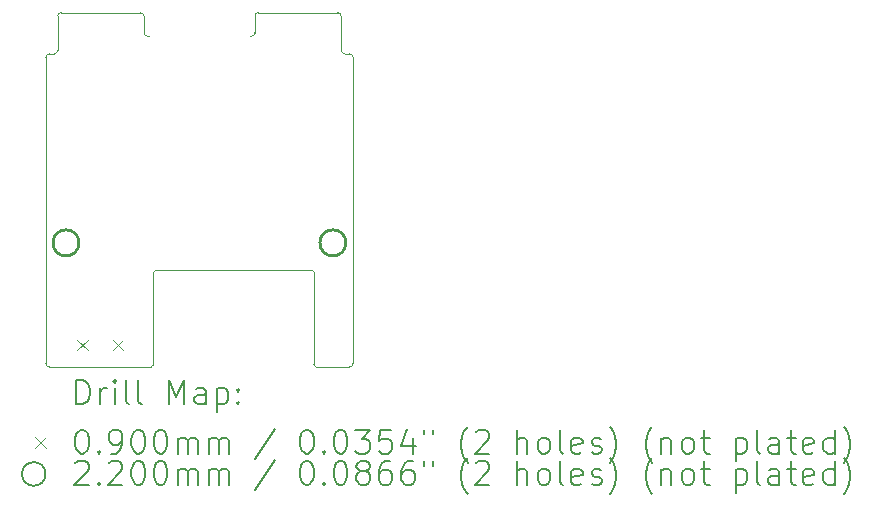
<source format=gbr>
%TF.GenerationSoftware,KiCad,Pcbnew,7.0.8*%
%TF.CreationDate,2024-04-10T13:39:50+02:00*%
%TF.ProjectId,Expansion_Card_Retrofit,45787061-6e73-4696-9f6e-5f436172645f,X1*%
%TF.SameCoordinates,Original*%
%TF.FileFunction,Drillmap*%
%TF.FilePolarity,Positive*%
%FSLAX45Y45*%
G04 Gerber Fmt 4.5, Leading zero omitted, Abs format (unit mm)*
G04 Created by KiCad (PCBNEW 7.0.8) date 2024-04-10 13:39:50*
%MOMM*%
%LPD*%
G01*
G04 APERTURE LIST*
%ADD10C,0.050000*%
%ADD11C,0.200000*%
%ADD12C,0.090000*%
%ADD13C,0.220000*%
G04 APERTURE END LIST*
D10*
X15000000Y-11485000D02*
G75*
G03*
X15020000Y-11505000I20000J0D01*
G01*
X14530000Y-8505000D02*
X15200000Y-8505000D01*
X13640000Y-11485000D02*
X13640000Y-10705000D01*
X12830000Y-8825000D02*
X12830000Y-8535000D01*
X13560000Y-8675000D02*
X13560000Y-8535000D01*
X15300000Y-11505000D02*
G75*
G03*
X15330000Y-11475000I0J30000D01*
G01*
X13560000Y-8675000D02*
G75*
G03*
X13590000Y-8705000I30000J0D01*
G01*
X12730000Y-8885000D02*
X12730000Y-11475000D01*
X12860000Y-8505000D02*
G75*
G03*
X12830000Y-8535000I0J-30000D01*
G01*
X15330000Y-8885000D02*
G75*
G03*
X15300000Y-8855000I-30000J0D01*
G01*
X12730000Y-11475000D02*
G75*
G03*
X12760000Y-11505000I30000J0D01*
G01*
X15230000Y-8825000D02*
X15230000Y-8535000D01*
X14530000Y-8505000D02*
G75*
G03*
X14500000Y-8535000I0J-30000D01*
G01*
X15000000Y-10705000D02*
X15000000Y-11485000D01*
X13620000Y-11505000D02*
G75*
G03*
X13640000Y-11485000I0J20000D01*
G01*
X14999998Y-10704142D02*
G75*
G03*
X14980000Y-10684142I-19998J2D01*
G01*
X15260000Y-8855000D02*
X15300000Y-8855000D01*
X13660000Y-10684140D02*
G75*
G03*
X13640000Y-10704142I0J-20000D01*
G01*
X14470000Y-8705000D02*
G75*
G03*
X14500000Y-8675000I0J30000D01*
G01*
X15020000Y-11505000D02*
X15300000Y-11505000D01*
X13660000Y-10684142D02*
X14980000Y-10684142D01*
X13530000Y-8505000D02*
X12860000Y-8505000D01*
X12760000Y-11505000D02*
X13620000Y-11505000D01*
X14500000Y-8675000D02*
X14500000Y-8535000D01*
X12760000Y-8855000D02*
G75*
G03*
X12730000Y-8885000I0J-30000D01*
G01*
X15330000Y-8885000D02*
X15330000Y-11475000D01*
X14460000Y-8705000D02*
X14470000Y-8705000D01*
X15230000Y-8825000D02*
G75*
G03*
X15260000Y-8855000I30000J0D01*
G01*
X13560000Y-8535000D02*
G75*
G03*
X13530000Y-8505000I-30000J0D01*
G01*
X12760000Y-8855000D02*
X12800000Y-8855000D01*
X13590000Y-8705000D02*
X13600000Y-8705000D01*
X15230000Y-8535000D02*
G75*
G03*
X15200000Y-8505000I-30000J0D01*
G01*
X12800000Y-8855000D02*
G75*
G03*
X12830000Y-8825000I0J30000D01*
G01*
D11*
D12*
X12995000Y-11275000D02*
X13085000Y-11365000D01*
X13085000Y-11275000D02*
X12995000Y-11365000D01*
X13295000Y-11275000D02*
X13385000Y-11365000D01*
X13385000Y-11275000D02*
X13295000Y-11365000D01*
D13*
X13010000Y-10455000D02*
G75*
G03*
X13010000Y-10455000I-110000J0D01*
G01*
X15270000Y-10455000D02*
G75*
G03*
X15270000Y-10455000I-110000J0D01*
G01*
D11*
X12988277Y-11818984D02*
X12988277Y-11618984D01*
X12988277Y-11618984D02*
X13035896Y-11618984D01*
X13035896Y-11618984D02*
X13064467Y-11628508D01*
X13064467Y-11628508D02*
X13083515Y-11647555D01*
X13083515Y-11647555D02*
X13093039Y-11666603D01*
X13093039Y-11666603D02*
X13102562Y-11704698D01*
X13102562Y-11704698D02*
X13102562Y-11733269D01*
X13102562Y-11733269D02*
X13093039Y-11771365D01*
X13093039Y-11771365D02*
X13083515Y-11790412D01*
X13083515Y-11790412D02*
X13064467Y-11809460D01*
X13064467Y-11809460D02*
X13035896Y-11818984D01*
X13035896Y-11818984D02*
X12988277Y-11818984D01*
X13188277Y-11818984D02*
X13188277Y-11685650D01*
X13188277Y-11723746D02*
X13197801Y-11704698D01*
X13197801Y-11704698D02*
X13207324Y-11695174D01*
X13207324Y-11695174D02*
X13226372Y-11685650D01*
X13226372Y-11685650D02*
X13245420Y-11685650D01*
X13312086Y-11818984D02*
X13312086Y-11685650D01*
X13312086Y-11618984D02*
X13302562Y-11628508D01*
X13302562Y-11628508D02*
X13312086Y-11638031D01*
X13312086Y-11638031D02*
X13321610Y-11628508D01*
X13321610Y-11628508D02*
X13312086Y-11618984D01*
X13312086Y-11618984D02*
X13312086Y-11638031D01*
X13435896Y-11818984D02*
X13416848Y-11809460D01*
X13416848Y-11809460D02*
X13407324Y-11790412D01*
X13407324Y-11790412D02*
X13407324Y-11618984D01*
X13540658Y-11818984D02*
X13521610Y-11809460D01*
X13521610Y-11809460D02*
X13512086Y-11790412D01*
X13512086Y-11790412D02*
X13512086Y-11618984D01*
X13769229Y-11818984D02*
X13769229Y-11618984D01*
X13769229Y-11618984D02*
X13835896Y-11761841D01*
X13835896Y-11761841D02*
X13902562Y-11618984D01*
X13902562Y-11618984D02*
X13902562Y-11818984D01*
X14083515Y-11818984D02*
X14083515Y-11714222D01*
X14083515Y-11714222D02*
X14073991Y-11695174D01*
X14073991Y-11695174D02*
X14054943Y-11685650D01*
X14054943Y-11685650D02*
X14016848Y-11685650D01*
X14016848Y-11685650D02*
X13997801Y-11695174D01*
X14083515Y-11809460D02*
X14064467Y-11818984D01*
X14064467Y-11818984D02*
X14016848Y-11818984D01*
X14016848Y-11818984D02*
X13997801Y-11809460D01*
X13997801Y-11809460D02*
X13988277Y-11790412D01*
X13988277Y-11790412D02*
X13988277Y-11771365D01*
X13988277Y-11771365D02*
X13997801Y-11752317D01*
X13997801Y-11752317D02*
X14016848Y-11742793D01*
X14016848Y-11742793D02*
X14064467Y-11742793D01*
X14064467Y-11742793D02*
X14083515Y-11733269D01*
X14178753Y-11685650D02*
X14178753Y-11885650D01*
X14178753Y-11695174D02*
X14197801Y-11685650D01*
X14197801Y-11685650D02*
X14235896Y-11685650D01*
X14235896Y-11685650D02*
X14254943Y-11695174D01*
X14254943Y-11695174D02*
X14264467Y-11704698D01*
X14264467Y-11704698D02*
X14273991Y-11723746D01*
X14273991Y-11723746D02*
X14273991Y-11780888D01*
X14273991Y-11780888D02*
X14264467Y-11799936D01*
X14264467Y-11799936D02*
X14254943Y-11809460D01*
X14254943Y-11809460D02*
X14235896Y-11818984D01*
X14235896Y-11818984D02*
X14197801Y-11818984D01*
X14197801Y-11818984D02*
X14178753Y-11809460D01*
X14359705Y-11799936D02*
X14369229Y-11809460D01*
X14369229Y-11809460D02*
X14359705Y-11818984D01*
X14359705Y-11818984D02*
X14350182Y-11809460D01*
X14350182Y-11809460D02*
X14359705Y-11799936D01*
X14359705Y-11799936D02*
X14359705Y-11818984D01*
X14359705Y-11695174D02*
X14369229Y-11704698D01*
X14369229Y-11704698D02*
X14359705Y-11714222D01*
X14359705Y-11714222D02*
X14350182Y-11704698D01*
X14350182Y-11704698D02*
X14359705Y-11695174D01*
X14359705Y-11695174D02*
X14359705Y-11714222D01*
D12*
X12637500Y-12102500D02*
X12727500Y-12192500D01*
X12727500Y-12102500D02*
X12637500Y-12192500D01*
D11*
X13026372Y-12038984D02*
X13045420Y-12038984D01*
X13045420Y-12038984D02*
X13064467Y-12048508D01*
X13064467Y-12048508D02*
X13073991Y-12058031D01*
X13073991Y-12058031D02*
X13083515Y-12077079D01*
X13083515Y-12077079D02*
X13093039Y-12115174D01*
X13093039Y-12115174D02*
X13093039Y-12162793D01*
X13093039Y-12162793D02*
X13083515Y-12200888D01*
X13083515Y-12200888D02*
X13073991Y-12219936D01*
X13073991Y-12219936D02*
X13064467Y-12229460D01*
X13064467Y-12229460D02*
X13045420Y-12238984D01*
X13045420Y-12238984D02*
X13026372Y-12238984D01*
X13026372Y-12238984D02*
X13007324Y-12229460D01*
X13007324Y-12229460D02*
X12997801Y-12219936D01*
X12997801Y-12219936D02*
X12988277Y-12200888D01*
X12988277Y-12200888D02*
X12978753Y-12162793D01*
X12978753Y-12162793D02*
X12978753Y-12115174D01*
X12978753Y-12115174D02*
X12988277Y-12077079D01*
X12988277Y-12077079D02*
X12997801Y-12058031D01*
X12997801Y-12058031D02*
X13007324Y-12048508D01*
X13007324Y-12048508D02*
X13026372Y-12038984D01*
X13178753Y-12219936D02*
X13188277Y-12229460D01*
X13188277Y-12229460D02*
X13178753Y-12238984D01*
X13178753Y-12238984D02*
X13169229Y-12229460D01*
X13169229Y-12229460D02*
X13178753Y-12219936D01*
X13178753Y-12219936D02*
X13178753Y-12238984D01*
X13283515Y-12238984D02*
X13321610Y-12238984D01*
X13321610Y-12238984D02*
X13340658Y-12229460D01*
X13340658Y-12229460D02*
X13350182Y-12219936D01*
X13350182Y-12219936D02*
X13369229Y-12191365D01*
X13369229Y-12191365D02*
X13378753Y-12153269D01*
X13378753Y-12153269D02*
X13378753Y-12077079D01*
X13378753Y-12077079D02*
X13369229Y-12058031D01*
X13369229Y-12058031D02*
X13359705Y-12048508D01*
X13359705Y-12048508D02*
X13340658Y-12038984D01*
X13340658Y-12038984D02*
X13302562Y-12038984D01*
X13302562Y-12038984D02*
X13283515Y-12048508D01*
X13283515Y-12048508D02*
X13273991Y-12058031D01*
X13273991Y-12058031D02*
X13264467Y-12077079D01*
X13264467Y-12077079D02*
X13264467Y-12124698D01*
X13264467Y-12124698D02*
X13273991Y-12143746D01*
X13273991Y-12143746D02*
X13283515Y-12153269D01*
X13283515Y-12153269D02*
X13302562Y-12162793D01*
X13302562Y-12162793D02*
X13340658Y-12162793D01*
X13340658Y-12162793D02*
X13359705Y-12153269D01*
X13359705Y-12153269D02*
X13369229Y-12143746D01*
X13369229Y-12143746D02*
X13378753Y-12124698D01*
X13502562Y-12038984D02*
X13521610Y-12038984D01*
X13521610Y-12038984D02*
X13540658Y-12048508D01*
X13540658Y-12048508D02*
X13550182Y-12058031D01*
X13550182Y-12058031D02*
X13559705Y-12077079D01*
X13559705Y-12077079D02*
X13569229Y-12115174D01*
X13569229Y-12115174D02*
X13569229Y-12162793D01*
X13569229Y-12162793D02*
X13559705Y-12200888D01*
X13559705Y-12200888D02*
X13550182Y-12219936D01*
X13550182Y-12219936D02*
X13540658Y-12229460D01*
X13540658Y-12229460D02*
X13521610Y-12238984D01*
X13521610Y-12238984D02*
X13502562Y-12238984D01*
X13502562Y-12238984D02*
X13483515Y-12229460D01*
X13483515Y-12229460D02*
X13473991Y-12219936D01*
X13473991Y-12219936D02*
X13464467Y-12200888D01*
X13464467Y-12200888D02*
X13454943Y-12162793D01*
X13454943Y-12162793D02*
X13454943Y-12115174D01*
X13454943Y-12115174D02*
X13464467Y-12077079D01*
X13464467Y-12077079D02*
X13473991Y-12058031D01*
X13473991Y-12058031D02*
X13483515Y-12048508D01*
X13483515Y-12048508D02*
X13502562Y-12038984D01*
X13693039Y-12038984D02*
X13712086Y-12038984D01*
X13712086Y-12038984D02*
X13731134Y-12048508D01*
X13731134Y-12048508D02*
X13740658Y-12058031D01*
X13740658Y-12058031D02*
X13750182Y-12077079D01*
X13750182Y-12077079D02*
X13759705Y-12115174D01*
X13759705Y-12115174D02*
X13759705Y-12162793D01*
X13759705Y-12162793D02*
X13750182Y-12200888D01*
X13750182Y-12200888D02*
X13740658Y-12219936D01*
X13740658Y-12219936D02*
X13731134Y-12229460D01*
X13731134Y-12229460D02*
X13712086Y-12238984D01*
X13712086Y-12238984D02*
X13693039Y-12238984D01*
X13693039Y-12238984D02*
X13673991Y-12229460D01*
X13673991Y-12229460D02*
X13664467Y-12219936D01*
X13664467Y-12219936D02*
X13654943Y-12200888D01*
X13654943Y-12200888D02*
X13645420Y-12162793D01*
X13645420Y-12162793D02*
X13645420Y-12115174D01*
X13645420Y-12115174D02*
X13654943Y-12077079D01*
X13654943Y-12077079D02*
X13664467Y-12058031D01*
X13664467Y-12058031D02*
X13673991Y-12048508D01*
X13673991Y-12048508D02*
X13693039Y-12038984D01*
X13845420Y-12238984D02*
X13845420Y-12105650D01*
X13845420Y-12124698D02*
X13854943Y-12115174D01*
X13854943Y-12115174D02*
X13873991Y-12105650D01*
X13873991Y-12105650D02*
X13902563Y-12105650D01*
X13902563Y-12105650D02*
X13921610Y-12115174D01*
X13921610Y-12115174D02*
X13931134Y-12134222D01*
X13931134Y-12134222D02*
X13931134Y-12238984D01*
X13931134Y-12134222D02*
X13940658Y-12115174D01*
X13940658Y-12115174D02*
X13959705Y-12105650D01*
X13959705Y-12105650D02*
X13988277Y-12105650D01*
X13988277Y-12105650D02*
X14007324Y-12115174D01*
X14007324Y-12115174D02*
X14016848Y-12134222D01*
X14016848Y-12134222D02*
X14016848Y-12238984D01*
X14112086Y-12238984D02*
X14112086Y-12105650D01*
X14112086Y-12124698D02*
X14121610Y-12115174D01*
X14121610Y-12115174D02*
X14140658Y-12105650D01*
X14140658Y-12105650D02*
X14169229Y-12105650D01*
X14169229Y-12105650D02*
X14188277Y-12115174D01*
X14188277Y-12115174D02*
X14197801Y-12134222D01*
X14197801Y-12134222D02*
X14197801Y-12238984D01*
X14197801Y-12134222D02*
X14207324Y-12115174D01*
X14207324Y-12115174D02*
X14226372Y-12105650D01*
X14226372Y-12105650D02*
X14254943Y-12105650D01*
X14254943Y-12105650D02*
X14273991Y-12115174D01*
X14273991Y-12115174D02*
X14283515Y-12134222D01*
X14283515Y-12134222D02*
X14283515Y-12238984D01*
X14673991Y-12029460D02*
X14502563Y-12286603D01*
X14931134Y-12038984D02*
X14950182Y-12038984D01*
X14950182Y-12038984D02*
X14969229Y-12048508D01*
X14969229Y-12048508D02*
X14978753Y-12058031D01*
X14978753Y-12058031D02*
X14988277Y-12077079D01*
X14988277Y-12077079D02*
X14997801Y-12115174D01*
X14997801Y-12115174D02*
X14997801Y-12162793D01*
X14997801Y-12162793D02*
X14988277Y-12200888D01*
X14988277Y-12200888D02*
X14978753Y-12219936D01*
X14978753Y-12219936D02*
X14969229Y-12229460D01*
X14969229Y-12229460D02*
X14950182Y-12238984D01*
X14950182Y-12238984D02*
X14931134Y-12238984D01*
X14931134Y-12238984D02*
X14912086Y-12229460D01*
X14912086Y-12229460D02*
X14902563Y-12219936D01*
X14902563Y-12219936D02*
X14893039Y-12200888D01*
X14893039Y-12200888D02*
X14883515Y-12162793D01*
X14883515Y-12162793D02*
X14883515Y-12115174D01*
X14883515Y-12115174D02*
X14893039Y-12077079D01*
X14893039Y-12077079D02*
X14902563Y-12058031D01*
X14902563Y-12058031D02*
X14912086Y-12048508D01*
X14912086Y-12048508D02*
X14931134Y-12038984D01*
X15083515Y-12219936D02*
X15093039Y-12229460D01*
X15093039Y-12229460D02*
X15083515Y-12238984D01*
X15083515Y-12238984D02*
X15073991Y-12229460D01*
X15073991Y-12229460D02*
X15083515Y-12219936D01*
X15083515Y-12219936D02*
X15083515Y-12238984D01*
X15216848Y-12038984D02*
X15235896Y-12038984D01*
X15235896Y-12038984D02*
X15254944Y-12048508D01*
X15254944Y-12048508D02*
X15264467Y-12058031D01*
X15264467Y-12058031D02*
X15273991Y-12077079D01*
X15273991Y-12077079D02*
X15283515Y-12115174D01*
X15283515Y-12115174D02*
X15283515Y-12162793D01*
X15283515Y-12162793D02*
X15273991Y-12200888D01*
X15273991Y-12200888D02*
X15264467Y-12219936D01*
X15264467Y-12219936D02*
X15254944Y-12229460D01*
X15254944Y-12229460D02*
X15235896Y-12238984D01*
X15235896Y-12238984D02*
X15216848Y-12238984D01*
X15216848Y-12238984D02*
X15197801Y-12229460D01*
X15197801Y-12229460D02*
X15188277Y-12219936D01*
X15188277Y-12219936D02*
X15178753Y-12200888D01*
X15178753Y-12200888D02*
X15169229Y-12162793D01*
X15169229Y-12162793D02*
X15169229Y-12115174D01*
X15169229Y-12115174D02*
X15178753Y-12077079D01*
X15178753Y-12077079D02*
X15188277Y-12058031D01*
X15188277Y-12058031D02*
X15197801Y-12048508D01*
X15197801Y-12048508D02*
X15216848Y-12038984D01*
X15350182Y-12038984D02*
X15473991Y-12038984D01*
X15473991Y-12038984D02*
X15407325Y-12115174D01*
X15407325Y-12115174D02*
X15435896Y-12115174D01*
X15435896Y-12115174D02*
X15454944Y-12124698D01*
X15454944Y-12124698D02*
X15464467Y-12134222D01*
X15464467Y-12134222D02*
X15473991Y-12153269D01*
X15473991Y-12153269D02*
X15473991Y-12200888D01*
X15473991Y-12200888D02*
X15464467Y-12219936D01*
X15464467Y-12219936D02*
X15454944Y-12229460D01*
X15454944Y-12229460D02*
X15435896Y-12238984D01*
X15435896Y-12238984D02*
X15378753Y-12238984D01*
X15378753Y-12238984D02*
X15359706Y-12229460D01*
X15359706Y-12229460D02*
X15350182Y-12219936D01*
X15654944Y-12038984D02*
X15559706Y-12038984D01*
X15559706Y-12038984D02*
X15550182Y-12134222D01*
X15550182Y-12134222D02*
X15559706Y-12124698D01*
X15559706Y-12124698D02*
X15578753Y-12115174D01*
X15578753Y-12115174D02*
X15626372Y-12115174D01*
X15626372Y-12115174D02*
X15645420Y-12124698D01*
X15645420Y-12124698D02*
X15654944Y-12134222D01*
X15654944Y-12134222D02*
X15664467Y-12153269D01*
X15664467Y-12153269D02*
X15664467Y-12200888D01*
X15664467Y-12200888D02*
X15654944Y-12219936D01*
X15654944Y-12219936D02*
X15645420Y-12229460D01*
X15645420Y-12229460D02*
X15626372Y-12238984D01*
X15626372Y-12238984D02*
X15578753Y-12238984D01*
X15578753Y-12238984D02*
X15559706Y-12229460D01*
X15559706Y-12229460D02*
X15550182Y-12219936D01*
X15835896Y-12105650D02*
X15835896Y-12238984D01*
X15788277Y-12029460D02*
X15740658Y-12172317D01*
X15740658Y-12172317D02*
X15864467Y-12172317D01*
X15931134Y-12038984D02*
X15931134Y-12077079D01*
X16007325Y-12038984D02*
X16007325Y-12077079D01*
X16302563Y-12315174D02*
X16293039Y-12305650D01*
X16293039Y-12305650D02*
X16273991Y-12277079D01*
X16273991Y-12277079D02*
X16264468Y-12258031D01*
X16264468Y-12258031D02*
X16254944Y-12229460D01*
X16254944Y-12229460D02*
X16245420Y-12181841D01*
X16245420Y-12181841D02*
X16245420Y-12143746D01*
X16245420Y-12143746D02*
X16254944Y-12096127D01*
X16254944Y-12096127D02*
X16264468Y-12067555D01*
X16264468Y-12067555D02*
X16273991Y-12048508D01*
X16273991Y-12048508D02*
X16293039Y-12019936D01*
X16293039Y-12019936D02*
X16302563Y-12010412D01*
X16369229Y-12058031D02*
X16378753Y-12048508D01*
X16378753Y-12048508D02*
X16397801Y-12038984D01*
X16397801Y-12038984D02*
X16445420Y-12038984D01*
X16445420Y-12038984D02*
X16464468Y-12048508D01*
X16464468Y-12048508D02*
X16473991Y-12058031D01*
X16473991Y-12058031D02*
X16483515Y-12077079D01*
X16483515Y-12077079D02*
X16483515Y-12096127D01*
X16483515Y-12096127D02*
X16473991Y-12124698D01*
X16473991Y-12124698D02*
X16359706Y-12238984D01*
X16359706Y-12238984D02*
X16483515Y-12238984D01*
X16721610Y-12238984D02*
X16721610Y-12038984D01*
X16807325Y-12238984D02*
X16807325Y-12134222D01*
X16807325Y-12134222D02*
X16797801Y-12115174D01*
X16797801Y-12115174D02*
X16778753Y-12105650D01*
X16778753Y-12105650D02*
X16750182Y-12105650D01*
X16750182Y-12105650D02*
X16731134Y-12115174D01*
X16731134Y-12115174D02*
X16721610Y-12124698D01*
X16931134Y-12238984D02*
X16912087Y-12229460D01*
X16912087Y-12229460D02*
X16902563Y-12219936D01*
X16902563Y-12219936D02*
X16893039Y-12200888D01*
X16893039Y-12200888D02*
X16893039Y-12143746D01*
X16893039Y-12143746D02*
X16902563Y-12124698D01*
X16902563Y-12124698D02*
X16912087Y-12115174D01*
X16912087Y-12115174D02*
X16931134Y-12105650D01*
X16931134Y-12105650D02*
X16959706Y-12105650D01*
X16959706Y-12105650D02*
X16978753Y-12115174D01*
X16978753Y-12115174D02*
X16988277Y-12124698D01*
X16988277Y-12124698D02*
X16997801Y-12143746D01*
X16997801Y-12143746D02*
X16997801Y-12200888D01*
X16997801Y-12200888D02*
X16988277Y-12219936D01*
X16988277Y-12219936D02*
X16978753Y-12229460D01*
X16978753Y-12229460D02*
X16959706Y-12238984D01*
X16959706Y-12238984D02*
X16931134Y-12238984D01*
X17112087Y-12238984D02*
X17093039Y-12229460D01*
X17093039Y-12229460D02*
X17083515Y-12210412D01*
X17083515Y-12210412D02*
X17083515Y-12038984D01*
X17264468Y-12229460D02*
X17245420Y-12238984D01*
X17245420Y-12238984D02*
X17207325Y-12238984D01*
X17207325Y-12238984D02*
X17188277Y-12229460D01*
X17188277Y-12229460D02*
X17178753Y-12210412D01*
X17178753Y-12210412D02*
X17178753Y-12134222D01*
X17178753Y-12134222D02*
X17188277Y-12115174D01*
X17188277Y-12115174D02*
X17207325Y-12105650D01*
X17207325Y-12105650D02*
X17245420Y-12105650D01*
X17245420Y-12105650D02*
X17264468Y-12115174D01*
X17264468Y-12115174D02*
X17273992Y-12134222D01*
X17273992Y-12134222D02*
X17273992Y-12153269D01*
X17273992Y-12153269D02*
X17178753Y-12172317D01*
X17350182Y-12229460D02*
X17369230Y-12238984D01*
X17369230Y-12238984D02*
X17407325Y-12238984D01*
X17407325Y-12238984D02*
X17426373Y-12229460D01*
X17426373Y-12229460D02*
X17435896Y-12210412D01*
X17435896Y-12210412D02*
X17435896Y-12200888D01*
X17435896Y-12200888D02*
X17426373Y-12181841D01*
X17426373Y-12181841D02*
X17407325Y-12172317D01*
X17407325Y-12172317D02*
X17378753Y-12172317D01*
X17378753Y-12172317D02*
X17359706Y-12162793D01*
X17359706Y-12162793D02*
X17350182Y-12143746D01*
X17350182Y-12143746D02*
X17350182Y-12134222D01*
X17350182Y-12134222D02*
X17359706Y-12115174D01*
X17359706Y-12115174D02*
X17378753Y-12105650D01*
X17378753Y-12105650D02*
X17407325Y-12105650D01*
X17407325Y-12105650D02*
X17426373Y-12115174D01*
X17502563Y-12315174D02*
X17512087Y-12305650D01*
X17512087Y-12305650D02*
X17531134Y-12277079D01*
X17531134Y-12277079D02*
X17540658Y-12258031D01*
X17540658Y-12258031D02*
X17550182Y-12229460D01*
X17550182Y-12229460D02*
X17559706Y-12181841D01*
X17559706Y-12181841D02*
X17559706Y-12143746D01*
X17559706Y-12143746D02*
X17550182Y-12096127D01*
X17550182Y-12096127D02*
X17540658Y-12067555D01*
X17540658Y-12067555D02*
X17531134Y-12048508D01*
X17531134Y-12048508D02*
X17512087Y-12019936D01*
X17512087Y-12019936D02*
X17502563Y-12010412D01*
X17864468Y-12315174D02*
X17854944Y-12305650D01*
X17854944Y-12305650D02*
X17835896Y-12277079D01*
X17835896Y-12277079D02*
X17826373Y-12258031D01*
X17826373Y-12258031D02*
X17816849Y-12229460D01*
X17816849Y-12229460D02*
X17807325Y-12181841D01*
X17807325Y-12181841D02*
X17807325Y-12143746D01*
X17807325Y-12143746D02*
X17816849Y-12096127D01*
X17816849Y-12096127D02*
X17826373Y-12067555D01*
X17826373Y-12067555D02*
X17835896Y-12048508D01*
X17835896Y-12048508D02*
X17854944Y-12019936D01*
X17854944Y-12019936D02*
X17864468Y-12010412D01*
X17940658Y-12105650D02*
X17940658Y-12238984D01*
X17940658Y-12124698D02*
X17950182Y-12115174D01*
X17950182Y-12115174D02*
X17969230Y-12105650D01*
X17969230Y-12105650D02*
X17997801Y-12105650D01*
X17997801Y-12105650D02*
X18016849Y-12115174D01*
X18016849Y-12115174D02*
X18026373Y-12134222D01*
X18026373Y-12134222D02*
X18026373Y-12238984D01*
X18150182Y-12238984D02*
X18131134Y-12229460D01*
X18131134Y-12229460D02*
X18121611Y-12219936D01*
X18121611Y-12219936D02*
X18112087Y-12200888D01*
X18112087Y-12200888D02*
X18112087Y-12143746D01*
X18112087Y-12143746D02*
X18121611Y-12124698D01*
X18121611Y-12124698D02*
X18131134Y-12115174D01*
X18131134Y-12115174D02*
X18150182Y-12105650D01*
X18150182Y-12105650D02*
X18178754Y-12105650D01*
X18178754Y-12105650D02*
X18197801Y-12115174D01*
X18197801Y-12115174D02*
X18207325Y-12124698D01*
X18207325Y-12124698D02*
X18216849Y-12143746D01*
X18216849Y-12143746D02*
X18216849Y-12200888D01*
X18216849Y-12200888D02*
X18207325Y-12219936D01*
X18207325Y-12219936D02*
X18197801Y-12229460D01*
X18197801Y-12229460D02*
X18178754Y-12238984D01*
X18178754Y-12238984D02*
X18150182Y-12238984D01*
X18273992Y-12105650D02*
X18350182Y-12105650D01*
X18302563Y-12038984D02*
X18302563Y-12210412D01*
X18302563Y-12210412D02*
X18312087Y-12229460D01*
X18312087Y-12229460D02*
X18331134Y-12238984D01*
X18331134Y-12238984D02*
X18350182Y-12238984D01*
X18569230Y-12105650D02*
X18569230Y-12305650D01*
X18569230Y-12115174D02*
X18588277Y-12105650D01*
X18588277Y-12105650D02*
X18626373Y-12105650D01*
X18626373Y-12105650D02*
X18645420Y-12115174D01*
X18645420Y-12115174D02*
X18654944Y-12124698D01*
X18654944Y-12124698D02*
X18664468Y-12143746D01*
X18664468Y-12143746D02*
X18664468Y-12200888D01*
X18664468Y-12200888D02*
X18654944Y-12219936D01*
X18654944Y-12219936D02*
X18645420Y-12229460D01*
X18645420Y-12229460D02*
X18626373Y-12238984D01*
X18626373Y-12238984D02*
X18588277Y-12238984D01*
X18588277Y-12238984D02*
X18569230Y-12229460D01*
X18778754Y-12238984D02*
X18759706Y-12229460D01*
X18759706Y-12229460D02*
X18750182Y-12210412D01*
X18750182Y-12210412D02*
X18750182Y-12038984D01*
X18940658Y-12238984D02*
X18940658Y-12134222D01*
X18940658Y-12134222D02*
X18931135Y-12115174D01*
X18931135Y-12115174D02*
X18912087Y-12105650D01*
X18912087Y-12105650D02*
X18873992Y-12105650D01*
X18873992Y-12105650D02*
X18854944Y-12115174D01*
X18940658Y-12229460D02*
X18921611Y-12238984D01*
X18921611Y-12238984D02*
X18873992Y-12238984D01*
X18873992Y-12238984D02*
X18854944Y-12229460D01*
X18854944Y-12229460D02*
X18845420Y-12210412D01*
X18845420Y-12210412D02*
X18845420Y-12191365D01*
X18845420Y-12191365D02*
X18854944Y-12172317D01*
X18854944Y-12172317D02*
X18873992Y-12162793D01*
X18873992Y-12162793D02*
X18921611Y-12162793D01*
X18921611Y-12162793D02*
X18940658Y-12153269D01*
X19007325Y-12105650D02*
X19083515Y-12105650D01*
X19035896Y-12038984D02*
X19035896Y-12210412D01*
X19035896Y-12210412D02*
X19045420Y-12229460D01*
X19045420Y-12229460D02*
X19064468Y-12238984D01*
X19064468Y-12238984D02*
X19083515Y-12238984D01*
X19226373Y-12229460D02*
X19207325Y-12238984D01*
X19207325Y-12238984D02*
X19169230Y-12238984D01*
X19169230Y-12238984D02*
X19150182Y-12229460D01*
X19150182Y-12229460D02*
X19140658Y-12210412D01*
X19140658Y-12210412D02*
X19140658Y-12134222D01*
X19140658Y-12134222D02*
X19150182Y-12115174D01*
X19150182Y-12115174D02*
X19169230Y-12105650D01*
X19169230Y-12105650D02*
X19207325Y-12105650D01*
X19207325Y-12105650D02*
X19226373Y-12115174D01*
X19226373Y-12115174D02*
X19235896Y-12134222D01*
X19235896Y-12134222D02*
X19235896Y-12153269D01*
X19235896Y-12153269D02*
X19140658Y-12172317D01*
X19407325Y-12238984D02*
X19407325Y-12038984D01*
X19407325Y-12229460D02*
X19388277Y-12238984D01*
X19388277Y-12238984D02*
X19350182Y-12238984D01*
X19350182Y-12238984D02*
X19331135Y-12229460D01*
X19331135Y-12229460D02*
X19321611Y-12219936D01*
X19321611Y-12219936D02*
X19312087Y-12200888D01*
X19312087Y-12200888D02*
X19312087Y-12143746D01*
X19312087Y-12143746D02*
X19321611Y-12124698D01*
X19321611Y-12124698D02*
X19331135Y-12115174D01*
X19331135Y-12115174D02*
X19350182Y-12105650D01*
X19350182Y-12105650D02*
X19388277Y-12105650D01*
X19388277Y-12105650D02*
X19407325Y-12115174D01*
X19483516Y-12315174D02*
X19493039Y-12305650D01*
X19493039Y-12305650D02*
X19512087Y-12277079D01*
X19512087Y-12277079D02*
X19521611Y-12258031D01*
X19521611Y-12258031D02*
X19531135Y-12229460D01*
X19531135Y-12229460D02*
X19540658Y-12181841D01*
X19540658Y-12181841D02*
X19540658Y-12143746D01*
X19540658Y-12143746D02*
X19531135Y-12096127D01*
X19531135Y-12096127D02*
X19521611Y-12067555D01*
X19521611Y-12067555D02*
X19512087Y-12048508D01*
X19512087Y-12048508D02*
X19493039Y-12019936D01*
X19493039Y-12019936D02*
X19483516Y-12010412D01*
X12727500Y-12411500D02*
G75*
G03*
X12727500Y-12411500I-100000J0D01*
G01*
X12978753Y-12322031D02*
X12988277Y-12312508D01*
X12988277Y-12312508D02*
X13007324Y-12302984D01*
X13007324Y-12302984D02*
X13054943Y-12302984D01*
X13054943Y-12302984D02*
X13073991Y-12312508D01*
X13073991Y-12312508D02*
X13083515Y-12322031D01*
X13083515Y-12322031D02*
X13093039Y-12341079D01*
X13093039Y-12341079D02*
X13093039Y-12360127D01*
X13093039Y-12360127D02*
X13083515Y-12388698D01*
X13083515Y-12388698D02*
X12969229Y-12502984D01*
X12969229Y-12502984D02*
X13093039Y-12502984D01*
X13178753Y-12483936D02*
X13188277Y-12493460D01*
X13188277Y-12493460D02*
X13178753Y-12502984D01*
X13178753Y-12502984D02*
X13169229Y-12493460D01*
X13169229Y-12493460D02*
X13178753Y-12483936D01*
X13178753Y-12483936D02*
X13178753Y-12502984D01*
X13264467Y-12322031D02*
X13273991Y-12312508D01*
X13273991Y-12312508D02*
X13293039Y-12302984D01*
X13293039Y-12302984D02*
X13340658Y-12302984D01*
X13340658Y-12302984D02*
X13359705Y-12312508D01*
X13359705Y-12312508D02*
X13369229Y-12322031D01*
X13369229Y-12322031D02*
X13378753Y-12341079D01*
X13378753Y-12341079D02*
X13378753Y-12360127D01*
X13378753Y-12360127D02*
X13369229Y-12388698D01*
X13369229Y-12388698D02*
X13254943Y-12502984D01*
X13254943Y-12502984D02*
X13378753Y-12502984D01*
X13502562Y-12302984D02*
X13521610Y-12302984D01*
X13521610Y-12302984D02*
X13540658Y-12312508D01*
X13540658Y-12312508D02*
X13550182Y-12322031D01*
X13550182Y-12322031D02*
X13559705Y-12341079D01*
X13559705Y-12341079D02*
X13569229Y-12379174D01*
X13569229Y-12379174D02*
X13569229Y-12426793D01*
X13569229Y-12426793D02*
X13559705Y-12464888D01*
X13559705Y-12464888D02*
X13550182Y-12483936D01*
X13550182Y-12483936D02*
X13540658Y-12493460D01*
X13540658Y-12493460D02*
X13521610Y-12502984D01*
X13521610Y-12502984D02*
X13502562Y-12502984D01*
X13502562Y-12502984D02*
X13483515Y-12493460D01*
X13483515Y-12493460D02*
X13473991Y-12483936D01*
X13473991Y-12483936D02*
X13464467Y-12464888D01*
X13464467Y-12464888D02*
X13454943Y-12426793D01*
X13454943Y-12426793D02*
X13454943Y-12379174D01*
X13454943Y-12379174D02*
X13464467Y-12341079D01*
X13464467Y-12341079D02*
X13473991Y-12322031D01*
X13473991Y-12322031D02*
X13483515Y-12312508D01*
X13483515Y-12312508D02*
X13502562Y-12302984D01*
X13693039Y-12302984D02*
X13712086Y-12302984D01*
X13712086Y-12302984D02*
X13731134Y-12312508D01*
X13731134Y-12312508D02*
X13740658Y-12322031D01*
X13740658Y-12322031D02*
X13750182Y-12341079D01*
X13750182Y-12341079D02*
X13759705Y-12379174D01*
X13759705Y-12379174D02*
X13759705Y-12426793D01*
X13759705Y-12426793D02*
X13750182Y-12464888D01*
X13750182Y-12464888D02*
X13740658Y-12483936D01*
X13740658Y-12483936D02*
X13731134Y-12493460D01*
X13731134Y-12493460D02*
X13712086Y-12502984D01*
X13712086Y-12502984D02*
X13693039Y-12502984D01*
X13693039Y-12502984D02*
X13673991Y-12493460D01*
X13673991Y-12493460D02*
X13664467Y-12483936D01*
X13664467Y-12483936D02*
X13654943Y-12464888D01*
X13654943Y-12464888D02*
X13645420Y-12426793D01*
X13645420Y-12426793D02*
X13645420Y-12379174D01*
X13645420Y-12379174D02*
X13654943Y-12341079D01*
X13654943Y-12341079D02*
X13664467Y-12322031D01*
X13664467Y-12322031D02*
X13673991Y-12312508D01*
X13673991Y-12312508D02*
X13693039Y-12302984D01*
X13845420Y-12502984D02*
X13845420Y-12369650D01*
X13845420Y-12388698D02*
X13854943Y-12379174D01*
X13854943Y-12379174D02*
X13873991Y-12369650D01*
X13873991Y-12369650D02*
X13902563Y-12369650D01*
X13902563Y-12369650D02*
X13921610Y-12379174D01*
X13921610Y-12379174D02*
X13931134Y-12398222D01*
X13931134Y-12398222D02*
X13931134Y-12502984D01*
X13931134Y-12398222D02*
X13940658Y-12379174D01*
X13940658Y-12379174D02*
X13959705Y-12369650D01*
X13959705Y-12369650D02*
X13988277Y-12369650D01*
X13988277Y-12369650D02*
X14007324Y-12379174D01*
X14007324Y-12379174D02*
X14016848Y-12398222D01*
X14016848Y-12398222D02*
X14016848Y-12502984D01*
X14112086Y-12502984D02*
X14112086Y-12369650D01*
X14112086Y-12388698D02*
X14121610Y-12379174D01*
X14121610Y-12379174D02*
X14140658Y-12369650D01*
X14140658Y-12369650D02*
X14169229Y-12369650D01*
X14169229Y-12369650D02*
X14188277Y-12379174D01*
X14188277Y-12379174D02*
X14197801Y-12398222D01*
X14197801Y-12398222D02*
X14197801Y-12502984D01*
X14197801Y-12398222D02*
X14207324Y-12379174D01*
X14207324Y-12379174D02*
X14226372Y-12369650D01*
X14226372Y-12369650D02*
X14254943Y-12369650D01*
X14254943Y-12369650D02*
X14273991Y-12379174D01*
X14273991Y-12379174D02*
X14283515Y-12398222D01*
X14283515Y-12398222D02*
X14283515Y-12502984D01*
X14673991Y-12293460D02*
X14502563Y-12550603D01*
X14931134Y-12302984D02*
X14950182Y-12302984D01*
X14950182Y-12302984D02*
X14969229Y-12312508D01*
X14969229Y-12312508D02*
X14978753Y-12322031D01*
X14978753Y-12322031D02*
X14988277Y-12341079D01*
X14988277Y-12341079D02*
X14997801Y-12379174D01*
X14997801Y-12379174D02*
X14997801Y-12426793D01*
X14997801Y-12426793D02*
X14988277Y-12464888D01*
X14988277Y-12464888D02*
X14978753Y-12483936D01*
X14978753Y-12483936D02*
X14969229Y-12493460D01*
X14969229Y-12493460D02*
X14950182Y-12502984D01*
X14950182Y-12502984D02*
X14931134Y-12502984D01*
X14931134Y-12502984D02*
X14912086Y-12493460D01*
X14912086Y-12493460D02*
X14902563Y-12483936D01*
X14902563Y-12483936D02*
X14893039Y-12464888D01*
X14893039Y-12464888D02*
X14883515Y-12426793D01*
X14883515Y-12426793D02*
X14883515Y-12379174D01*
X14883515Y-12379174D02*
X14893039Y-12341079D01*
X14893039Y-12341079D02*
X14902563Y-12322031D01*
X14902563Y-12322031D02*
X14912086Y-12312508D01*
X14912086Y-12312508D02*
X14931134Y-12302984D01*
X15083515Y-12483936D02*
X15093039Y-12493460D01*
X15093039Y-12493460D02*
X15083515Y-12502984D01*
X15083515Y-12502984D02*
X15073991Y-12493460D01*
X15073991Y-12493460D02*
X15083515Y-12483936D01*
X15083515Y-12483936D02*
X15083515Y-12502984D01*
X15216848Y-12302984D02*
X15235896Y-12302984D01*
X15235896Y-12302984D02*
X15254944Y-12312508D01*
X15254944Y-12312508D02*
X15264467Y-12322031D01*
X15264467Y-12322031D02*
X15273991Y-12341079D01*
X15273991Y-12341079D02*
X15283515Y-12379174D01*
X15283515Y-12379174D02*
X15283515Y-12426793D01*
X15283515Y-12426793D02*
X15273991Y-12464888D01*
X15273991Y-12464888D02*
X15264467Y-12483936D01*
X15264467Y-12483936D02*
X15254944Y-12493460D01*
X15254944Y-12493460D02*
X15235896Y-12502984D01*
X15235896Y-12502984D02*
X15216848Y-12502984D01*
X15216848Y-12502984D02*
X15197801Y-12493460D01*
X15197801Y-12493460D02*
X15188277Y-12483936D01*
X15188277Y-12483936D02*
X15178753Y-12464888D01*
X15178753Y-12464888D02*
X15169229Y-12426793D01*
X15169229Y-12426793D02*
X15169229Y-12379174D01*
X15169229Y-12379174D02*
X15178753Y-12341079D01*
X15178753Y-12341079D02*
X15188277Y-12322031D01*
X15188277Y-12322031D02*
X15197801Y-12312508D01*
X15197801Y-12312508D02*
X15216848Y-12302984D01*
X15397801Y-12388698D02*
X15378753Y-12379174D01*
X15378753Y-12379174D02*
X15369229Y-12369650D01*
X15369229Y-12369650D02*
X15359706Y-12350603D01*
X15359706Y-12350603D02*
X15359706Y-12341079D01*
X15359706Y-12341079D02*
X15369229Y-12322031D01*
X15369229Y-12322031D02*
X15378753Y-12312508D01*
X15378753Y-12312508D02*
X15397801Y-12302984D01*
X15397801Y-12302984D02*
X15435896Y-12302984D01*
X15435896Y-12302984D02*
X15454944Y-12312508D01*
X15454944Y-12312508D02*
X15464467Y-12322031D01*
X15464467Y-12322031D02*
X15473991Y-12341079D01*
X15473991Y-12341079D02*
X15473991Y-12350603D01*
X15473991Y-12350603D02*
X15464467Y-12369650D01*
X15464467Y-12369650D02*
X15454944Y-12379174D01*
X15454944Y-12379174D02*
X15435896Y-12388698D01*
X15435896Y-12388698D02*
X15397801Y-12388698D01*
X15397801Y-12388698D02*
X15378753Y-12398222D01*
X15378753Y-12398222D02*
X15369229Y-12407746D01*
X15369229Y-12407746D02*
X15359706Y-12426793D01*
X15359706Y-12426793D02*
X15359706Y-12464888D01*
X15359706Y-12464888D02*
X15369229Y-12483936D01*
X15369229Y-12483936D02*
X15378753Y-12493460D01*
X15378753Y-12493460D02*
X15397801Y-12502984D01*
X15397801Y-12502984D02*
X15435896Y-12502984D01*
X15435896Y-12502984D02*
X15454944Y-12493460D01*
X15454944Y-12493460D02*
X15464467Y-12483936D01*
X15464467Y-12483936D02*
X15473991Y-12464888D01*
X15473991Y-12464888D02*
X15473991Y-12426793D01*
X15473991Y-12426793D02*
X15464467Y-12407746D01*
X15464467Y-12407746D02*
X15454944Y-12398222D01*
X15454944Y-12398222D02*
X15435896Y-12388698D01*
X15645420Y-12302984D02*
X15607325Y-12302984D01*
X15607325Y-12302984D02*
X15588277Y-12312508D01*
X15588277Y-12312508D02*
X15578753Y-12322031D01*
X15578753Y-12322031D02*
X15559706Y-12350603D01*
X15559706Y-12350603D02*
X15550182Y-12388698D01*
X15550182Y-12388698D02*
X15550182Y-12464888D01*
X15550182Y-12464888D02*
X15559706Y-12483936D01*
X15559706Y-12483936D02*
X15569229Y-12493460D01*
X15569229Y-12493460D02*
X15588277Y-12502984D01*
X15588277Y-12502984D02*
X15626372Y-12502984D01*
X15626372Y-12502984D02*
X15645420Y-12493460D01*
X15645420Y-12493460D02*
X15654944Y-12483936D01*
X15654944Y-12483936D02*
X15664467Y-12464888D01*
X15664467Y-12464888D02*
X15664467Y-12417269D01*
X15664467Y-12417269D02*
X15654944Y-12398222D01*
X15654944Y-12398222D02*
X15645420Y-12388698D01*
X15645420Y-12388698D02*
X15626372Y-12379174D01*
X15626372Y-12379174D02*
X15588277Y-12379174D01*
X15588277Y-12379174D02*
X15569229Y-12388698D01*
X15569229Y-12388698D02*
X15559706Y-12398222D01*
X15559706Y-12398222D02*
X15550182Y-12417269D01*
X15835896Y-12302984D02*
X15797801Y-12302984D01*
X15797801Y-12302984D02*
X15778753Y-12312508D01*
X15778753Y-12312508D02*
X15769229Y-12322031D01*
X15769229Y-12322031D02*
X15750182Y-12350603D01*
X15750182Y-12350603D02*
X15740658Y-12388698D01*
X15740658Y-12388698D02*
X15740658Y-12464888D01*
X15740658Y-12464888D02*
X15750182Y-12483936D01*
X15750182Y-12483936D02*
X15759706Y-12493460D01*
X15759706Y-12493460D02*
X15778753Y-12502984D01*
X15778753Y-12502984D02*
X15816848Y-12502984D01*
X15816848Y-12502984D02*
X15835896Y-12493460D01*
X15835896Y-12493460D02*
X15845420Y-12483936D01*
X15845420Y-12483936D02*
X15854944Y-12464888D01*
X15854944Y-12464888D02*
X15854944Y-12417269D01*
X15854944Y-12417269D02*
X15845420Y-12398222D01*
X15845420Y-12398222D02*
X15835896Y-12388698D01*
X15835896Y-12388698D02*
X15816848Y-12379174D01*
X15816848Y-12379174D02*
X15778753Y-12379174D01*
X15778753Y-12379174D02*
X15759706Y-12388698D01*
X15759706Y-12388698D02*
X15750182Y-12398222D01*
X15750182Y-12398222D02*
X15740658Y-12417269D01*
X15931134Y-12302984D02*
X15931134Y-12341079D01*
X16007325Y-12302984D02*
X16007325Y-12341079D01*
X16302563Y-12579174D02*
X16293039Y-12569650D01*
X16293039Y-12569650D02*
X16273991Y-12541079D01*
X16273991Y-12541079D02*
X16264468Y-12522031D01*
X16264468Y-12522031D02*
X16254944Y-12493460D01*
X16254944Y-12493460D02*
X16245420Y-12445841D01*
X16245420Y-12445841D02*
X16245420Y-12407746D01*
X16245420Y-12407746D02*
X16254944Y-12360127D01*
X16254944Y-12360127D02*
X16264468Y-12331555D01*
X16264468Y-12331555D02*
X16273991Y-12312508D01*
X16273991Y-12312508D02*
X16293039Y-12283936D01*
X16293039Y-12283936D02*
X16302563Y-12274412D01*
X16369229Y-12322031D02*
X16378753Y-12312508D01*
X16378753Y-12312508D02*
X16397801Y-12302984D01*
X16397801Y-12302984D02*
X16445420Y-12302984D01*
X16445420Y-12302984D02*
X16464468Y-12312508D01*
X16464468Y-12312508D02*
X16473991Y-12322031D01*
X16473991Y-12322031D02*
X16483515Y-12341079D01*
X16483515Y-12341079D02*
X16483515Y-12360127D01*
X16483515Y-12360127D02*
X16473991Y-12388698D01*
X16473991Y-12388698D02*
X16359706Y-12502984D01*
X16359706Y-12502984D02*
X16483515Y-12502984D01*
X16721610Y-12502984D02*
X16721610Y-12302984D01*
X16807325Y-12502984D02*
X16807325Y-12398222D01*
X16807325Y-12398222D02*
X16797801Y-12379174D01*
X16797801Y-12379174D02*
X16778753Y-12369650D01*
X16778753Y-12369650D02*
X16750182Y-12369650D01*
X16750182Y-12369650D02*
X16731134Y-12379174D01*
X16731134Y-12379174D02*
X16721610Y-12388698D01*
X16931134Y-12502984D02*
X16912087Y-12493460D01*
X16912087Y-12493460D02*
X16902563Y-12483936D01*
X16902563Y-12483936D02*
X16893039Y-12464888D01*
X16893039Y-12464888D02*
X16893039Y-12407746D01*
X16893039Y-12407746D02*
X16902563Y-12388698D01*
X16902563Y-12388698D02*
X16912087Y-12379174D01*
X16912087Y-12379174D02*
X16931134Y-12369650D01*
X16931134Y-12369650D02*
X16959706Y-12369650D01*
X16959706Y-12369650D02*
X16978753Y-12379174D01*
X16978753Y-12379174D02*
X16988277Y-12388698D01*
X16988277Y-12388698D02*
X16997801Y-12407746D01*
X16997801Y-12407746D02*
X16997801Y-12464888D01*
X16997801Y-12464888D02*
X16988277Y-12483936D01*
X16988277Y-12483936D02*
X16978753Y-12493460D01*
X16978753Y-12493460D02*
X16959706Y-12502984D01*
X16959706Y-12502984D02*
X16931134Y-12502984D01*
X17112087Y-12502984D02*
X17093039Y-12493460D01*
X17093039Y-12493460D02*
X17083515Y-12474412D01*
X17083515Y-12474412D02*
X17083515Y-12302984D01*
X17264468Y-12493460D02*
X17245420Y-12502984D01*
X17245420Y-12502984D02*
X17207325Y-12502984D01*
X17207325Y-12502984D02*
X17188277Y-12493460D01*
X17188277Y-12493460D02*
X17178753Y-12474412D01*
X17178753Y-12474412D02*
X17178753Y-12398222D01*
X17178753Y-12398222D02*
X17188277Y-12379174D01*
X17188277Y-12379174D02*
X17207325Y-12369650D01*
X17207325Y-12369650D02*
X17245420Y-12369650D01*
X17245420Y-12369650D02*
X17264468Y-12379174D01*
X17264468Y-12379174D02*
X17273992Y-12398222D01*
X17273992Y-12398222D02*
X17273992Y-12417269D01*
X17273992Y-12417269D02*
X17178753Y-12436317D01*
X17350182Y-12493460D02*
X17369230Y-12502984D01*
X17369230Y-12502984D02*
X17407325Y-12502984D01*
X17407325Y-12502984D02*
X17426373Y-12493460D01*
X17426373Y-12493460D02*
X17435896Y-12474412D01*
X17435896Y-12474412D02*
X17435896Y-12464888D01*
X17435896Y-12464888D02*
X17426373Y-12445841D01*
X17426373Y-12445841D02*
X17407325Y-12436317D01*
X17407325Y-12436317D02*
X17378753Y-12436317D01*
X17378753Y-12436317D02*
X17359706Y-12426793D01*
X17359706Y-12426793D02*
X17350182Y-12407746D01*
X17350182Y-12407746D02*
X17350182Y-12398222D01*
X17350182Y-12398222D02*
X17359706Y-12379174D01*
X17359706Y-12379174D02*
X17378753Y-12369650D01*
X17378753Y-12369650D02*
X17407325Y-12369650D01*
X17407325Y-12369650D02*
X17426373Y-12379174D01*
X17502563Y-12579174D02*
X17512087Y-12569650D01*
X17512087Y-12569650D02*
X17531134Y-12541079D01*
X17531134Y-12541079D02*
X17540658Y-12522031D01*
X17540658Y-12522031D02*
X17550182Y-12493460D01*
X17550182Y-12493460D02*
X17559706Y-12445841D01*
X17559706Y-12445841D02*
X17559706Y-12407746D01*
X17559706Y-12407746D02*
X17550182Y-12360127D01*
X17550182Y-12360127D02*
X17540658Y-12331555D01*
X17540658Y-12331555D02*
X17531134Y-12312508D01*
X17531134Y-12312508D02*
X17512087Y-12283936D01*
X17512087Y-12283936D02*
X17502563Y-12274412D01*
X17864468Y-12579174D02*
X17854944Y-12569650D01*
X17854944Y-12569650D02*
X17835896Y-12541079D01*
X17835896Y-12541079D02*
X17826373Y-12522031D01*
X17826373Y-12522031D02*
X17816849Y-12493460D01*
X17816849Y-12493460D02*
X17807325Y-12445841D01*
X17807325Y-12445841D02*
X17807325Y-12407746D01*
X17807325Y-12407746D02*
X17816849Y-12360127D01*
X17816849Y-12360127D02*
X17826373Y-12331555D01*
X17826373Y-12331555D02*
X17835896Y-12312508D01*
X17835896Y-12312508D02*
X17854944Y-12283936D01*
X17854944Y-12283936D02*
X17864468Y-12274412D01*
X17940658Y-12369650D02*
X17940658Y-12502984D01*
X17940658Y-12388698D02*
X17950182Y-12379174D01*
X17950182Y-12379174D02*
X17969230Y-12369650D01*
X17969230Y-12369650D02*
X17997801Y-12369650D01*
X17997801Y-12369650D02*
X18016849Y-12379174D01*
X18016849Y-12379174D02*
X18026373Y-12398222D01*
X18026373Y-12398222D02*
X18026373Y-12502984D01*
X18150182Y-12502984D02*
X18131134Y-12493460D01*
X18131134Y-12493460D02*
X18121611Y-12483936D01*
X18121611Y-12483936D02*
X18112087Y-12464888D01*
X18112087Y-12464888D02*
X18112087Y-12407746D01*
X18112087Y-12407746D02*
X18121611Y-12388698D01*
X18121611Y-12388698D02*
X18131134Y-12379174D01*
X18131134Y-12379174D02*
X18150182Y-12369650D01*
X18150182Y-12369650D02*
X18178754Y-12369650D01*
X18178754Y-12369650D02*
X18197801Y-12379174D01*
X18197801Y-12379174D02*
X18207325Y-12388698D01*
X18207325Y-12388698D02*
X18216849Y-12407746D01*
X18216849Y-12407746D02*
X18216849Y-12464888D01*
X18216849Y-12464888D02*
X18207325Y-12483936D01*
X18207325Y-12483936D02*
X18197801Y-12493460D01*
X18197801Y-12493460D02*
X18178754Y-12502984D01*
X18178754Y-12502984D02*
X18150182Y-12502984D01*
X18273992Y-12369650D02*
X18350182Y-12369650D01*
X18302563Y-12302984D02*
X18302563Y-12474412D01*
X18302563Y-12474412D02*
X18312087Y-12493460D01*
X18312087Y-12493460D02*
X18331134Y-12502984D01*
X18331134Y-12502984D02*
X18350182Y-12502984D01*
X18569230Y-12369650D02*
X18569230Y-12569650D01*
X18569230Y-12379174D02*
X18588277Y-12369650D01*
X18588277Y-12369650D02*
X18626373Y-12369650D01*
X18626373Y-12369650D02*
X18645420Y-12379174D01*
X18645420Y-12379174D02*
X18654944Y-12388698D01*
X18654944Y-12388698D02*
X18664468Y-12407746D01*
X18664468Y-12407746D02*
X18664468Y-12464888D01*
X18664468Y-12464888D02*
X18654944Y-12483936D01*
X18654944Y-12483936D02*
X18645420Y-12493460D01*
X18645420Y-12493460D02*
X18626373Y-12502984D01*
X18626373Y-12502984D02*
X18588277Y-12502984D01*
X18588277Y-12502984D02*
X18569230Y-12493460D01*
X18778754Y-12502984D02*
X18759706Y-12493460D01*
X18759706Y-12493460D02*
X18750182Y-12474412D01*
X18750182Y-12474412D02*
X18750182Y-12302984D01*
X18940658Y-12502984D02*
X18940658Y-12398222D01*
X18940658Y-12398222D02*
X18931135Y-12379174D01*
X18931135Y-12379174D02*
X18912087Y-12369650D01*
X18912087Y-12369650D02*
X18873992Y-12369650D01*
X18873992Y-12369650D02*
X18854944Y-12379174D01*
X18940658Y-12493460D02*
X18921611Y-12502984D01*
X18921611Y-12502984D02*
X18873992Y-12502984D01*
X18873992Y-12502984D02*
X18854944Y-12493460D01*
X18854944Y-12493460D02*
X18845420Y-12474412D01*
X18845420Y-12474412D02*
X18845420Y-12455365D01*
X18845420Y-12455365D02*
X18854944Y-12436317D01*
X18854944Y-12436317D02*
X18873992Y-12426793D01*
X18873992Y-12426793D02*
X18921611Y-12426793D01*
X18921611Y-12426793D02*
X18940658Y-12417269D01*
X19007325Y-12369650D02*
X19083515Y-12369650D01*
X19035896Y-12302984D02*
X19035896Y-12474412D01*
X19035896Y-12474412D02*
X19045420Y-12493460D01*
X19045420Y-12493460D02*
X19064468Y-12502984D01*
X19064468Y-12502984D02*
X19083515Y-12502984D01*
X19226373Y-12493460D02*
X19207325Y-12502984D01*
X19207325Y-12502984D02*
X19169230Y-12502984D01*
X19169230Y-12502984D02*
X19150182Y-12493460D01*
X19150182Y-12493460D02*
X19140658Y-12474412D01*
X19140658Y-12474412D02*
X19140658Y-12398222D01*
X19140658Y-12398222D02*
X19150182Y-12379174D01*
X19150182Y-12379174D02*
X19169230Y-12369650D01*
X19169230Y-12369650D02*
X19207325Y-12369650D01*
X19207325Y-12369650D02*
X19226373Y-12379174D01*
X19226373Y-12379174D02*
X19235896Y-12398222D01*
X19235896Y-12398222D02*
X19235896Y-12417269D01*
X19235896Y-12417269D02*
X19140658Y-12436317D01*
X19407325Y-12502984D02*
X19407325Y-12302984D01*
X19407325Y-12493460D02*
X19388277Y-12502984D01*
X19388277Y-12502984D02*
X19350182Y-12502984D01*
X19350182Y-12502984D02*
X19331135Y-12493460D01*
X19331135Y-12493460D02*
X19321611Y-12483936D01*
X19321611Y-12483936D02*
X19312087Y-12464888D01*
X19312087Y-12464888D02*
X19312087Y-12407746D01*
X19312087Y-12407746D02*
X19321611Y-12388698D01*
X19321611Y-12388698D02*
X19331135Y-12379174D01*
X19331135Y-12379174D02*
X19350182Y-12369650D01*
X19350182Y-12369650D02*
X19388277Y-12369650D01*
X19388277Y-12369650D02*
X19407325Y-12379174D01*
X19483516Y-12579174D02*
X19493039Y-12569650D01*
X19493039Y-12569650D02*
X19512087Y-12541079D01*
X19512087Y-12541079D02*
X19521611Y-12522031D01*
X19521611Y-12522031D02*
X19531135Y-12493460D01*
X19531135Y-12493460D02*
X19540658Y-12445841D01*
X19540658Y-12445841D02*
X19540658Y-12407746D01*
X19540658Y-12407746D02*
X19531135Y-12360127D01*
X19531135Y-12360127D02*
X19521611Y-12331555D01*
X19521611Y-12331555D02*
X19512087Y-12312508D01*
X19512087Y-12312508D02*
X19493039Y-12283936D01*
X19493039Y-12283936D02*
X19483516Y-12274412D01*
M02*

</source>
